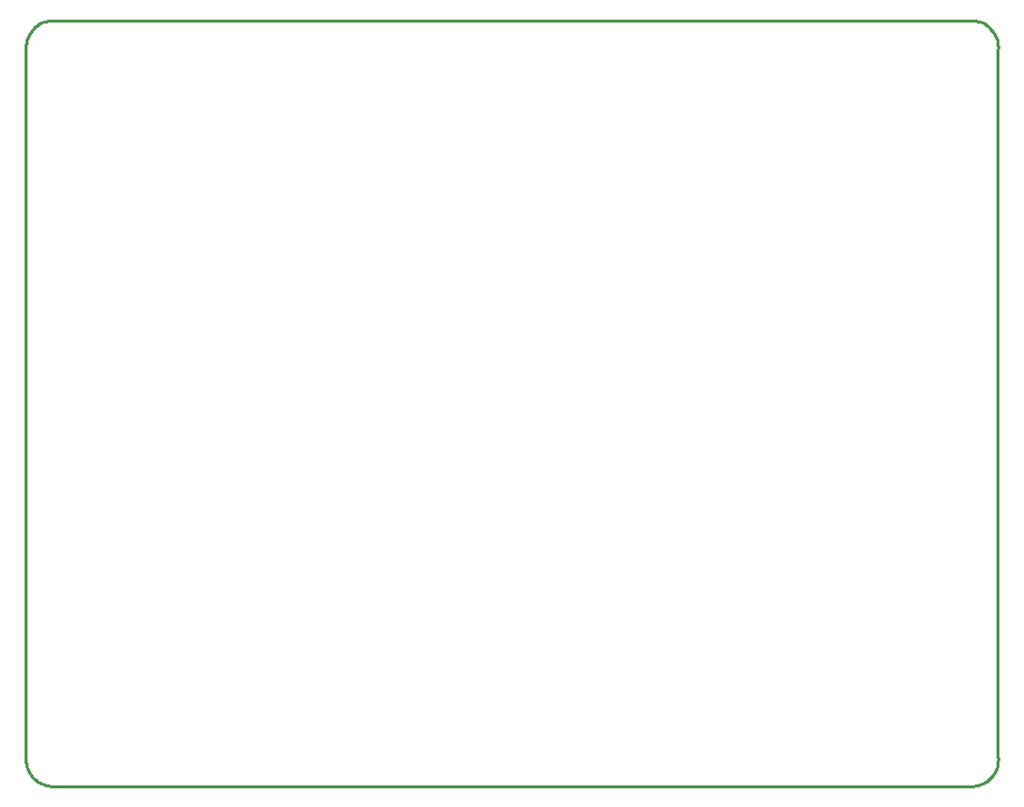
<source format=gbr>
G04 EAGLE Gerber RS-274X export*
G75*
%MOMM*%
%FSLAX34Y34*%
%LPD*%
%IN*%
%IPPOS*%
%AMOC8*
5,1,8,0,0,1.08239X$1,22.5*%
G01*
%ADD10C,0.254000*%


D10*
X0Y25400D02*
X-89Y23357D01*
X0Y21313D01*
X267Y19285D01*
X710Y17288D01*
X1325Y15338D01*
X2107Y13448D01*
X3052Y11634D01*
X4151Y9909D01*
X5396Y8286D01*
X6778Y6778D01*
X8286Y5396D01*
X9909Y4151D01*
X11634Y3052D01*
X13448Y2107D01*
X15338Y1325D01*
X17288Y710D01*
X19285Y267D01*
X21313Y0D01*
X23357Y-89D01*
X25400Y0D01*
X812800Y0D01*
X814843Y-89D01*
X816887Y0D01*
X818915Y267D01*
X820912Y710D01*
X822862Y1325D01*
X824752Y2107D01*
X826566Y3052D01*
X828291Y4151D01*
X829914Y5396D01*
X831422Y6778D01*
X832804Y8286D01*
X834049Y9909D01*
X835148Y11634D01*
X836093Y13448D01*
X836875Y15338D01*
X837490Y17288D01*
X837933Y19285D01*
X838200Y21313D01*
X838289Y23357D01*
X838200Y25400D01*
X838200Y635000D01*
X838289Y637043D01*
X838200Y639087D01*
X837933Y641115D01*
X837490Y643112D01*
X836875Y645062D01*
X836093Y646952D01*
X835148Y648766D01*
X834049Y650491D01*
X832804Y652114D01*
X831422Y653622D01*
X829914Y655004D01*
X828291Y656249D01*
X826566Y657348D01*
X824752Y658293D01*
X822862Y659075D01*
X820912Y659690D01*
X818915Y660133D01*
X816887Y660400D01*
X814843Y660489D01*
X812800Y660400D01*
X25400Y660400D01*
X23357Y660489D01*
X21313Y660400D01*
X19285Y660133D01*
X17288Y659690D01*
X15338Y659075D01*
X13448Y658293D01*
X11634Y657348D01*
X9909Y656249D01*
X8286Y655004D01*
X6778Y653622D01*
X5396Y652114D01*
X4151Y650491D01*
X3052Y648766D01*
X2107Y646952D01*
X1325Y645062D01*
X710Y643112D01*
X267Y641115D01*
X0Y639087D01*
X-89Y637043D01*
X0Y635000D01*
X0Y25400D01*
M02*

</source>
